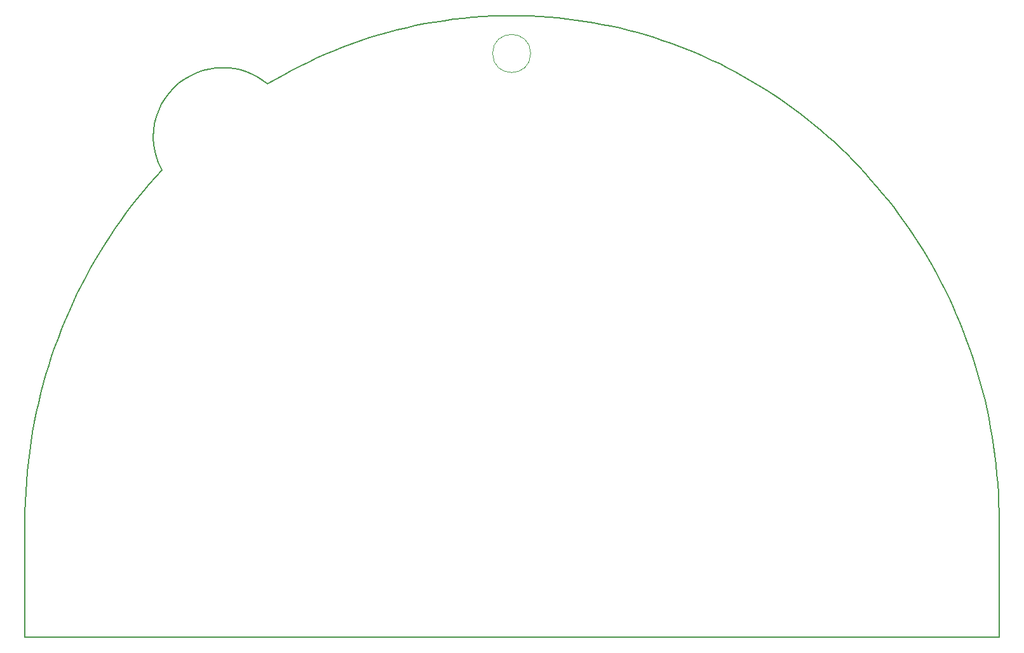
<source format=gm1>
%TF.GenerationSoftware,KiCad,Pcbnew,(6.0.4-0)*%
%TF.CreationDate,2022-05-11T16:52:42-04:00*%
%TF.ProjectId,BaseBadge,42617365-4261-4646-9765-2e6b69636164,v02*%
%TF.SameCoordinates,Original*%
%TF.FileFunction,Profile,NP*%
%FSLAX46Y46*%
G04 Gerber Fmt 4.6, Leading zero omitted, Abs format (unit mm)*
G04 Created by KiCad (PCBNEW (6.0.4-0)) date 2022-05-11 16:52:42*
%MOMM*%
%LPD*%
G01*
G04 APERTURE LIST*
%TA.AperFunction,Profile*%
%ADD10C,0.100000*%
%TD*%
%TA.AperFunction,Profile*%
%ADD11C,0.147159*%
%TD*%
G04 APERTURE END LIST*
D10*
X149859999Y-51828999D02*
G75*
G03*
X149859999Y-51828999I-2540000J0D01*
G01*
%TO.C,svg2mod*%
D11*
X148607703Y-46805817D02*
X149835772Y-46841484D01*
X151058017Y-46900672D01*
X152274234Y-46983169D01*
X153484223Y-47088765D01*
X154687781Y-47217249D01*
X155884708Y-47368411D01*
X157074801Y-47542039D01*
X158257859Y-47737923D01*
X159433681Y-47955852D01*
X160602064Y-48195616D01*
X161762806Y-48457004D01*
X162915707Y-48739804D01*
X164060565Y-49043806D01*
X165197178Y-49368800D01*
X166325344Y-49714575D01*
X167444862Y-50080919D01*
X168555530Y-50467622D01*
X169657147Y-50874474D01*
X170749511Y-51301264D01*
X171832419Y-51747780D01*
X172905671Y-52213813D01*
X173969066Y-52699151D01*
X175022400Y-53203583D01*
X176065473Y-53726900D01*
X177098083Y-54268889D01*
X178120029Y-54829341D01*
X179131108Y-55408045D01*
X180131120Y-56004789D01*
X181119862Y-56619364D01*
X182097132Y-57251557D01*
X183062730Y-57901160D01*
X184016454Y-58567960D01*
X184958101Y-59251748D01*
X185887471Y-59952311D01*
X186804361Y-60669441D01*
X187708571Y-61402925D01*
X188599898Y-62152553D01*
X189478140Y-62918115D01*
X190343097Y-63699399D01*
X191194566Y-64496195D01*
X192032346Y-65308292D01*
X192856235Y-66135480D01*
X193666031Y-66977547D01*
X194461534Y-67834283D01*
X195242541Y-68705476D01*
X196008850Y-69590918D01*
X196760261Y-70490396D01*
X197496571Y-71403699D01*
X198217578Y-72330618D01*
X198923082Y-73270941D01*
X199612880Y-74224457D01*
X200286771Y-75190957D01*
X200944553Y-76170228D01*
X201586025Y-77162061D01*
X202210985Y-78166244D01*
X202819231Y-79182567D01*
X203410561Y-80210819D01*
X203984775Y-81250790D01*
X204541670Y-82302268D01*
X205081044Y-83365043D01*
X205602697Y-84438903D01*
X206106426Y-85523639D01*
X206592030Y-86619040D01*
X207059307Y-87724894D01*
X207508056Y-88840992D01*
X207938074Y-89967121D01*
X208349161Y-91103073D01*
X208741114Y-92248634D01*
X209113733Y-93403596D01*
X209466814Y-94567748D01*
X209800158Y-95740877D01*
X210113561Y-96922775D01*
X210406823Y-98113229D01*
X210679742Y-99312030D01*
X210932116Y-100518966D01*
X211163743Y-101733827D01*
X211374423Y-102956402D01*
X211563952Y-104186481D01*
X211732131Y-105423851D01*
X211878756Y-106668304D01*
X212003626Y-107919627D01*
X212106540Y-109177611D01*
X212187297Y-110442044D01*
X212245693Y-111712716D01*
X212281529Y-112989416D01*
X212294602Y-114271933D01*
X212306481Y-114271933D01*
X212306481Y-129667892D01*
X82453425Y-129667892D01*
X82453425Y-114354616D01*
X82466419Y-112989208D01*
X82505239Y-111630409D01*
X82569639Y-110278474D01*
X82659375Y-108933654D01*
X82774202Y-107596203D01*
X82913876Y-106266376D01*
X83078152Y-104944425D01*
X83266785Y-103630603D01*
X83479531Y-102325165D01*
X83716145Y-101028363D01*
X83976383Y-99740451D01*
X84259999Y-98461683D01*
X84566750Y-97192311D01*
X84896390Y-95932590D01*
X85248675Y-94682772D01*
X85623361Y-93443112D01*
X86020202Y-92213862D01*
X86438955Y-90995276D01*
X86879373Y-89787607D01*
X87341214Y-88591109D01*
X87824231Y-87406035D01*
X88328181Y-86232639D01*
X88852819Y-85071173D01*
X89397901Y-83921893D01*
X89963180Y-82785050D01*
X90548414Y-81660898D01*
X91153357Y-80549691D01*
X91777765Y-79451682D01*
X92421393Y-78367125D01*
X93083996Y-77296273D01*
X93765330Y-76239379D01*
X94465150Y-75196697D01*
X95183212Y-74168480D01*
X95919270Y-73154982D01*
X96673081Y-72156456D01*
X97444400Y-71173155D01*
X98232981Y-70205334D01*
X99038581Y-69253244D01*
X99860954Y-68317141D01*
X100699856Y-67397276D01*
X100209759Y-66352369D01*
X99853662Y-65254543D01*
X99637115Y-64120906D01*
X99563492Y-62969122D01*
X99607982Y-62062850D01*
X99741093Y-61165304D01*
X99961542Y-60285127D01*
X100267205Y-59430798D01*
X100655140Y-58610545D01*
X101121608Y-57832268D01*
X101662119Y-57103463D01*
X102271466Y-56431149D01*
X102943779Y-55821803D01*
X103672584Y-55281292D01*
X104450861Y-54814823D01*
X105271114Y-54426889D01*
X106125443Y-54121225D01*
X107005620Y-53900777D01*
X107903167Y-53767666D01*
X108809439Y-53723176D01*
X109620221Y-53758890D01*
X110424748Y-53865568D01*
X111216820Y-54042387D01*
X111990335Y-54287985D01*
X112739332Y-54600470D01*
X113458041Y-54977434D01*
X114140923Y-55415973D01*
X114782717Y-55912706D01*
X115853370Y-55278838D01*
X116936566Y-54665597D01*
X118032059Y-54073243D01*
X119139605Y-53502033D01*
X120258956Y-52952225D01*
X121389868Y-52424078D01*
X122532093Y-51917849D01*
X123685387Y-51433798D01*
X124849504Y-50972182D01*
X126024197Y-50533260D01*
X127209221Y-50117289D01*
X128404331Y-49724528D01*
X129609279Y-49355235D01*
X130823821Y-49009668D01*
X132047711Y-48688086D01*
X133280702Y-48390747D01*
X134522549Y-48117908D01*
X135773006Y-47869829D01*
X137031827Y-47646767D01*
X138298767Y-47448981D01*
X139573579Y-47276728D01*
X140856018Y-47130267D01*
X142145838Y-47009857D01*
X143442793Y-46915755D01*
X144746637Y-46848220D01*
X146057124Y-46807509D01*
X147374009Y-46793881D01*
X148607703Y-46805817D01*
%TD*%
M02*

</source>
